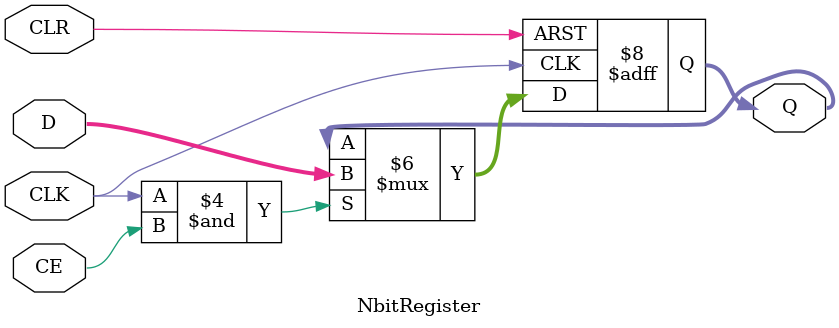
<source format=sv>
module NbitRegister #(parameter N=4) //declare default value for N
( input [N-1:0] D,						//declare N-bit data input
input CLK, CLR, CE, 						//declare clock, clear, and clock enable inputs
output logic [N-1:0] Q);				//declare N-bit data output

	always_ff @(posedge CLK, negedge CLR)
		begin 
			if(CLR==1'b0) Q<=0;
				else if (CLK & CE ==1'b1) Q<=D;
					else Q<=Q;
		end
endmodule

</source>
